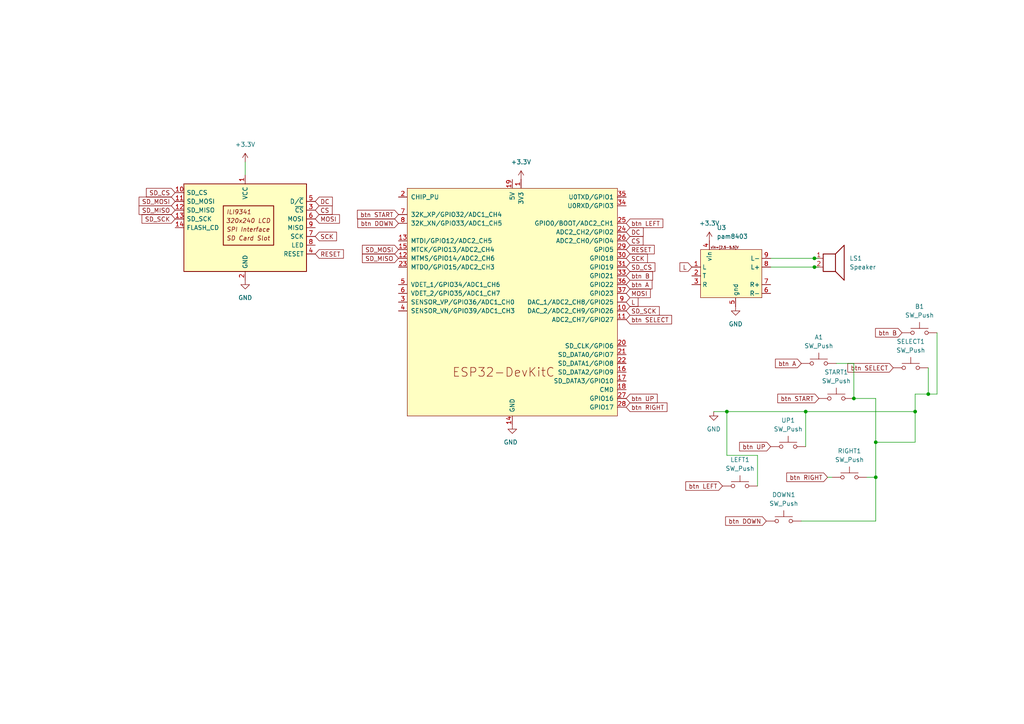
<source format=kicad_sch>
(kicad_sch
	(version 20250114)
	(generator "eeschema")
	(generator_version "9.0")
	(uuid "353e1e66-2bd6-4380-b175-b10b14e644cd")
	(paper "A4")
	(title_block
		(title "ESP-NES")
		(date "2025-10-15")
	)
	(lib_symbols
		(symbol "Device:Speaker"
			(pin_names
				(offset 0)
				(hide yes)
			)
			(exclude_from_sim no)
			(in_bom yes)
			(on_board yes)
			(property "Reference" "LS"
				(at 1.27 5.715 0)
				(effects
					(font
						(size 1.27 1.27)
					)
					(justify right)
				)
			)
			(property "Value" "Speaker"
				(at 1.27 3.81 0)
				(effects
					(font
						(size 1.27 1.27)
					)
					(justify right)
				)
			)
			(property "Footprint" ""
				(at 0 -5.08 0)
				(effects
					(font
						(size 1.27 1.27)
					)
					(hide yes)
				)
			)
			(property "Datasheet" "~"
				(at -0.254 -1.27 0)
				(effects
					(font
						(size 1.27 1.27)
					)
					(hide yes)
				)
			)
			(property "Description" "Speaker"
				(at 0 0 0)
				(effects
					(font
						(size 1.27 1.27)
					)
					(hide yes)
				)
			)
			(property "ki_keywords" "speaker sound"
				(at 0 0 0)
				(effects
					(font
						(size 1.27 1.27)
					)
					(hide yes)
				)
			)
			(symbol "Speaker_0_0"
				(rectangle
					(start -2.54 1.27)
					(end 1.016 -3.81)
					(stroke
						(width 0.254)
						(type default)
					)
					(fill
						(type none)
					)
				)
				(polyline
					(pts
						(xy 1.016 1.27) (xy 3.556 3.81) (xy 3.556 -6.35) (xy 1.016 -3.81)
					)
					(stroke
						(width 0.254)
						(type default)
					)
					(fill
						(type none)
					)
				)
			)
			(symbol "Speaker_1_1"
				(pin input line
					(at -5.08 0 0)
					(length 2.54)
					(name "1"
						(effects
							(font
								(size 1.27 1.27)
							)
						)
					)
					(number "1"
						(effects
							(font
								(size 1.27 1.27)
							)
						)
					)
				)
				(pin input line
					(at -5.08 -2.54 0)
					(length 2.54)
					(name "2"
						(effects
							(font
								(size 1.27 1.27)
							)
						)
					)
					(number "2"
						(effects
							(font
								(size 1.27 1.27)
							)
						)
					)
				)
			)
			(embedded_fonts no)
		)
		(symbol "Driver_Display:CR2013-MI2120"
			(pin_names
				(offset 0.762)
			)
			(exclude_from_sim no)
			(in_bom yes)
			(on_board yes)
			(property "Reference" "U"
				(at -17.526 13.97 0)
				(effects
					(font
						(size 1.27 1.27)
					)
					(justify left)
				)
			)
			(property "Value" "CR2013-MI2120"
				(at 1.905 13.97 0)
				(effects
					(font
						(size 1.27 1.27)
					)
					(justify left)
				)
			)
			(property "Footprint" "Display:CR2013-MI2120"
				(at 0 -17.78 0)
				(effects
					(font
						(size 1.27 1.27)
					)
					(hide yes)
				)
			)
			(property "Datasheet" "http://pan.baidu.com/s/11Y990"
				(at -16.51 12.7 0)
				(effects
					(font
						(size 1.27 1.27)
					)
					(hide yes)
				)
			)
			(property "Description" "ILI9341 controller, SPI TFT LCD Display, 9-pin breakout PCB, 4-pin SD card interface, 5V/3.3V"
				(at 0 0 0)
				(effects
					(font
						(size 1.27 1.27)
					)
					(hide yes)
				)
			)
			(property "ki_keywords" "driver display"
				(at 0 0 0)
				(effects
					(font
						(size 1.27 1.27)
					)
					(hide yes)
				)
			)
			(property "ki_fp_filters" "*CR2013*MI2120*"
				(at 0 0 0)
				(effects
					(font
						(size 1.27 1.27)
					)
					(hide yes)
				)
			)
			(symbol "CR2013-MI2120_0_0"
				(text "ILI9341"
					(at -5.461 4.572 0)
					(effects
						(font
							(size 1.27 1.27)
							(italic yes)
						)
						(justify left)
					)
				)
				(text "SPI Interface"
					(at -5.461 -0.508 0)
					(effects
						(font
							(size 1.27 1.27)
							(italic yes)
						)
						(justify left)
					)
				)
				(text "SD Card Slot"
					(at -5.461 -3.048 0)
					(effects
						(font
							(size 1.27 1.27)
							(italic yes)
						)
						(justify left)
					)
				)
				(text "320x240 LCD"
					(at 0.889 2.032 0)
					(effects
						(font
							(size 1.27 1.27)
							(italic yes)
						)
					)
				)
			)
			(symbol "CR2013-MI2120_0_1"
				(rectangle
					(start -17.78 12.7)
					(end 17.78 -12.7)
					(stroke
						(width 0.254)
						(type default)
					)
					(fill
						(type background)
					)
				)
				(rectangle
					(start -6.35 6.35)
					(end 8.255 -5.08)
					(stroke
						(width 0.254)
						(type default)
					)
					(fill
						(type none)
					)
				)
			)
			(symbol "CR2013-MI2120_1_1"
				(pin input line
					(at -20.32 10.16 0)
					(length 2.54)
					(name "SD_CS"
						(effects
							(font
								(size 1.27 1.27)
							)
						)
					)
					(number "10"
						(effects
							(font
								(size 1.27 1.27)
							)
						)
					)
				)
				(pin input line
					(at -20.32 7.62 0)
					(length 2.54)
					(name "SD_MOSI"
						(effects
							(font
								(size 1.27 1.27)
							)
						)
					)
					(number "11"
						(effects
							(font
								(size 1.27 1.27)
							)
						)
					)
				)
				(pin output line
					(at -20.32 5.08 0)
					(length 2.54)
					(name "SD_MISO"
						(effects
							(font
								(size 1.27 1.27)
							)
						)
					)
					(number "12"
						(effects
							(font
								(size 1.27 1.27)
							)
						)
					)
				)
				(pin input line
					(at -20.32 2.54 0)
					(length 2.54)
					(name "SD_SCK"
						(effects
							(font
								(size 1.27 1.27)
							)
						)
					)
					(number "13"
						(effects
							(font
								(size 1.27 1.27)
							)
						)
					)
				)
				(pin input line
					(at -20.32 0 0)
					(length 2.54)
					(name "FLASH_CD"
						(effects
							(font
								(size 1.27 1.27)
							)
						)
					)
					(number "14"
						(effects
							(font
								(size 1.27 1.27)
							)
						)
					)
				)
				(pin power_in line
					(at 0 15.24 270)
					(length 2.54)
					(name "VCC"
						(effects
							(font
								(size 1.27 1.27)
							)
						)
					)
					(number "1"
						(effects
							(font
								(size 1.27 1.27)
							)
						)
					)
				)
				(pin power_in line
					(at 0 -15.24 90)
					(length 2.54)
					(name "GND"
						(effects
							(font
								(size 1.27 1.27)
							)
						)
					)
					(number "2"
						(effects
							(font
								(size 1.27 1.27)
							)
						)
					)
				)
				(pin input line
					(at 20.32 7.62 180)
					(length 2.54)
					(name "D/~{C}"
						(effects
							(font
								(size 1.27 1.27)
							)
						)
					)
					(number "5"
						(effects
							(font
								(size 1.27 1.27)
							)
						)
					)
				)
				(pin input line
					(at 20.32 5.08 180)
					(length 2.54)
					(name "~{CS}"
						(effects
							(font
								(size 1.27 1.27)
							)
						)
					)
					(number "3"
						(effects
							(font
								(size 1.27 1.27)
							)
						)
					)
				)
				(pin input line
					(at 20.32 2.54 180)
					(length 2.54)
					(name "MOSI"
						(effects
							(font
								(size 1.27 1.27)
							)
						)
					)
					(number "6"
						(effects
							(font
								(size 1.27 1.27)
							)
						)
					)
				)
				(pin output line
					(at 20.32 0 180)
					(length 2.54)
					(name "MISO"
						(effects
							(font
								(size 1.27 1.27)
							)
						)
					)
					(number "9"
						(effects
							(font
								(size 1.27 1.27)
							)
						)
					)
				)
				(pin input line
					(at 20.32 -2.54 180)
					(length 2.54)
					(name "SCK"
						(effects
							(font
								(size 1.27 1.27)
							)
						)
					)
					(number "7"
						(effects
							(font
								(size 1.27 1.27)
							)
						)
					)
				)
				(pin input line
					(at 20.32 -5.08 180)
					(length 2.54)
					(name "LED"
						(effects
							(font
								(size 1.27 1.27)
							)
						)
					)
					(number "8"
						(effects
							(font
								(size 1.27 1.27)
							)
						)
					)
				)
				(pin input line
					(at 20.32 -7.62 180)
					(length 2.54)
					(name "RESET"
						(effects
							(font
								(size 1.27 1.27)
							)
						)
					)
					(number "4"
						(effects
							(font
								(size 1.27 1.27)
							)
						)
					)
				)
			)
			(embedded_fonts no)
		)
		(symbol "PCM_Espressif:ESP32-DevKitC"
			(pin_names
				(offset 1.016)
			)
			(exclude_from_sim no)
			(in_bom yes)
			(on_board yes)
			(property "Reference" "U"
				(at -30.48 38.1 0)
				(effects
					(font
						(size 1.27 1.27)
					)
					(justify left)
				)
			)
			(property "Value" "ESP32-DevKitC"
				(at -30.48 35.56 0)
				(effects
					(font
						(size 1.27 1.27)
					)
					(justify left)
				)
			)
			(property "Footprint" "PCM_Espressif:ESP32-DevKitC"
				(at 0 -43.18 0)
				(effects
					(font
						(size 1.27 1.27)
					)
					(hide yes)
				)
			)
			(property "Datasheet" "https://docs.espressif.com/projects/esp-idf/zh_CN/latest/esp32/hw-reference/esp32/get-started-devkitc.html"
				(at 0 -45.72 0)
				(effects
					(font
						(size 1.27 1.27)
					)
					(hide yes)
				)
			)
			(property "Description" "Development Kit"
				(at 0 0 0)
				(effects
					(font
						(size 1.27 1.27)
					)
					(hide yes)
				)
			)
			(property "ki_keywords" "ESP32"
				(at 0 0 0)
				(effects
					(font
						(size 1.27 1.27)
					)
					(hide yes)
				)
			)
			(symbol "ESP32-DevKitC_0_0"
				(text "ESP32-DevKitC"
					(at -2.54 -20.32 0)
					(effects
						(font
							(size 2.54 2.54)
						)
					)
				)
				(pin power_in line
					(at 0 35.56 270)
					(length 2.54)
					(name "5V"
						(effects
							(font
								(size 1.27 1.27)
							)
						)
					)
					(number "19"
						(effects
							(font
								(size 1.27 1.27)
							)
						)
					)
				)
				(pin power_in line
					(at 0 -35.56 90)
					(length 2.54)
					(name "GND"
						(effects
							(font
								(size 1.27 1.27)
							)
						)
					)
					(number "14"
						(effects
							(font
								(size 1.27 1.27)
							)
						)
					)
				)
			)
			(symbol "ESP32-DevKitC_0_1"
				(rectangle
					(start -30.48 33.02)
					(end 30.48 -33.02)
					(stroke
						(width 0)
						(type default)
					)
					(fill
						(type background)
					)
				)
			)
			(symbol "ESP32-DevKitC_1_1"
				(pin input line
					(at -33.02 30.48 0)
					(length 2.54)
					(name "CHIP_PU"
						(effects
							(font
								(size 1.27 1.27)
							)
						)
					)
					(number "2"
						(effects
							(font
								(size 1.27 1.27)
							)
						)
					)
				)
				(pin bidirectional line
					(at -33.02 25.4 0)
					(length 2.54)
					(name "32K_XP/GPIO32/ADC1_CH4"
						(effects
							(font
								(size 1.27 1.27)
							)
						)
					)
					(number "7"
						(effects
							(font
								(size 1.27 1.27)
							)
						)
					)
				)
				(pin bidirectional line
					(at -33.02 22.86 0)
					(length 2.54)
					(name "32K_XN/GPIO33/ADC1_CH5"
						(effects
							(font
								(size 1.27 1.27)
							)
						)
					)
					(number "8"
						(effects
							(font
								(size 1.27 1.27)
							)
						)
					)
				)
				(pin bidirectional line
					(at -33.02 17.78 0)
					(length 2.54)
					(name "MTDI/GPIO12/ADC2_CH5"
						(effects
							(font
								(size 1.27 1.27)
							)
						)
					)
					(number "13"
						(effects
							(font
								(size 1.27 1.27)
							)
						)
					)
				)
				(pin bidirectional line
					(at -33.02 15.24 0)
					(length 2.54)
					(name "MTCK/GPIO13/ADC2_CH4"
						(effects
							(font
								(size 1.27 1.27)
							)
						)
					)
					(number "15"
						(effects
							(font
								(size 1.27 1.27)
							)
						)
					)
				)
				(pin bidirectional line
					(at -33.02 12.7 0)
					(length 2.54)
					(name "MTMS/GPIO14/ADC2_CH6"
						(effects
							(font
								(size 1.27 1.27)
							)
						)
					)
					(number "12"
						(effects
							(font
								(size 1.27 1.27)
							)
						)
					)
				)
				(pin bidirectional line
					(at -33.02 10.16 0)
					(length 2.54)
					(name "MTDO/GPIO15/ADC2_CH3"
						(effects
							(font
								(size 1.27 1.27)
							)
						)
					)
					(number "23"
						(effects
							(font
								(size 1.27 1.27)
							)
						)
					)
				)
				(pin input line
					(at -33.02 5.08 0)
					(length 2.54)
					(name "VDET_1/GPIO34/ADC1_CH6"
						(effects
							(font
								(size 1.27 1.27)
							)
						)
					)
					(number "5"
						(effects
							(font
								(size 1.27 1.27)
							)
						)
					)
				)
				(pin input line
					(at -33.02 2.54 0)
					(length 2.54)
					(name "VDET_2/GPIO35/ADC1_CH7"
						(effects
							(font
								(size 1.27 1.27)
							)
						)
					)
					(number "6"
						(effects
							(font
								(size 1.27 1.27)
							)
						)
					)
				)
				(pin input line
					(at -33.02 0 0)
					(length 2.54)
					(name "SENSOR_VP/GPIO36/ADC1_CH0"
						(effects
							(font
								(size 1.27 1.27)
							)
						)
					)
					(number "3"
						(effects
							(font
								(size 1.27 1.27)
							)
						)
					)
				)
				(pin input line
					(at -33.02 -2.54 0)
					(length 2.54)
					(name "SENSOR_VN/GPIO39/ADC1_CH3"
						(effects
							(font
								(size 1.27 1.27)
							)
						)
					)
					(number "4"
						(effects
							(font
								(size 1.27 1.27)
							)
						)
					)
				)
				(pin passive line
					(at 0 -35.56 90)
					(length 2.54)
					(hide yes)
					(name "GND"
						(effects
							(font
								(size 1.27 1.27)
							)
						)
					)
					(number "32"
						(effects
							(font
								(size 1.27 1.27)
							)
						)
					)
				)
				(pin passive line
					(at 0 -35.56 90)
					(length 2.54)
					(hide yes)
					(name "GND"
						(effects
							(font
								(size 1.27 1.27)
							)
						)
					)
					(number "38"
						(effects
							(font
								(size 1.27 1.27)
							)
						)
					)
				)
				(pin power_in line
					(at 2.54 35.56 270)
					(length 2.54)
					(name "3V3"
						(effects
							(font
								(size 1.27 1.27)
							)
						)
					)
					(number "1"
						(effects
							(font
								(size 1.27 1.27)
							)
						)
					)
				)
				(pin bidirectional line
					(at 33.02 30.48 180)
					(length 2.54)
					(name "U0TXD/GPIO1"
						(effects
							(font
								(size 1.27 1.27)
							)
						)
					)
					(number "35"
						(effects
							(font
								(size 1.27 1.27)
							)
						)
					)
				)
				(pin bidirectional line
					(at 33.02 27.94 180)
					(length 2.54)
					(name "U0RXD/GPIO3"
						(effects
							(font
								(size 1.27 1.27)
							)
						)
					)
					(number "34"
						(effects
							(font
								(size 1.27 1.27)
							)
						)
					)
				)
				(pin bidirectional line
					(at 33.02 22.86 180)
					(length 2.54)
					(name "GPIO0/BOOT/ADC2_CH1"
						(effects
							(font
								(size 1.27 1.27)
							)
						)
					)
					(number "25"
						(effects
							(font
								(size 1.27 1.27)
							)
						)
					)
				)
				(pin bidirectional line
					(at 33.02 20.32 180)
					(length 2.54)
					(name "ADC2_CH2/GPIO2"
						(effects
							(font
								(size 1.27 1.27)
							)
						)
					)
					(number "24"
						(effects
							(font
								(size 1.27 1.27)
							)
						)
					)
				)
				(pin bidirectional line
					(at 33.02 17.78 180)
					(length 2.54)
					(name "ADC2_CH0/GPIO4"
						(effects
							(font
								(size 1.27 1.27)
							)
						)
					)
					(number "26"
						(effects
							(font
								(size 1.27 1.27)
							)
						)
					)
				)
				(pin bidirectional line
					(at 33.02 15.24 180)
					(length 2.54)
					(name "GPIO5"
						(effects
							(font
								(size 1.27 1.27)
							)
						)
					)
					(number "29"
						(effects
							(font
								(size 1.27 1.27)
							)
						)
					)
				)
				(pin bidirectional line
					(at 33.02 12.7 180)
					(length 2.54)
					(name "GPIO18"
						(effects
							(font
								(size 1.27 1.27)
							)
						)
					)
					(number "30"
						(effects
							(font
								(size 1.27 1.27)
							)
						)
					)
				)
				(pin bidirectional line
					(at 33.02 10.16 180)
					(length 2.54)
					(name "GPIO19"
						(effects
							(font
								(size 1.27 1.27)
							)
						)
					)
					(number "31"
						(effects
							(font
								(size 1.27 1.27)
							)
						)
					)
				)
				(pin bidirectional line
					(at 33.02 7.62 180)
					(length 2.54)
					(name "GPIO21"
						(effects
							(font
								(size 1.27 1.27)
							)
						)
					)
					(number "33"
						(effects
							(font
								(size 1.27 1.27)
							)
						)
					)
				)
				(pin bidirectional line
					(at 33.02 5.08 180)
					(length 2.54)
					(name "GPIO22"
						(effects
							(font
								(size 1.27 1.27)
							)
						)
					)
					(number "36"
						(effects
							(font
								(size 1.27 1.27)
							)
						)
					)
				)
				(pin bidirectional line
					(at 33.02 2.54 180)
					(length 2.54)
					(name "GPIO23"
						(effects
							(font
								(size 1.27 1.27)
							)
						)
					)
					(number "37"
						(effects
							(font
								(size 1.27 1.27)
							)
						)
					)
				)
				(pin bidirectional line
					(at 33.02 0 180)
					(length 2.54)
					(name "DAC_1/ADC2_CH8/GPIO25"
						(effects
							(font
								(size 1.27 1.27)
							)
						)
					)
					(number "9"
						(effects
							(font
								(size 1.27 1.27)
							)
						)
					)
				)
				(pin bidirectional line
					(at 33.02 -2.54 180)
					(length 2.54)
					(name "DAC_2/ADC2_CH9/GPIO26"
						(effects
							(font
								(size 1.27 1.27)
							)
						)
					)
					(number "10"
						(effects
							(font
								(size 1.27 1.27)
							)
						)
					)
				)
				(pin bidirectional line
					(at 33.02 -5.08 180)
					(length 2.54)
					(name "ADC2_CH7/GPIO27"
						(effects
							(font
								(size 1.27 1.27)
							)
						)
					)
					(number "11"
						(effects
							(font
								(size 1.27 1.27)
							)
						)
					)
				)
				(pin bidirectional line
					(at 33.02 -12.7 180)
					(length 2.54)
					(name "SD_CLK/GPIO6"
						(effects
							(font
								(size 1.27 1.27)
							)
						)
					)
					(number "20"
						(effects
							(font
								(size 1.27 1.27)
							)
						)
					)
				)
				(pin bidirectional line
					(at 33.02 -15.24 180)
					(length 2.54)
					(name "SD_DATA0/GPIO7"
						(effects
							(font
								(size 1.27 1.27)
							)
						)
					)
					(number "21"
						(effects
							(font
								(size 1.27 1.27)
							)
						)
					)
				)
				(pin bidirectional line
					(at 33.02 -17.78 180)
					(length 2.54)
					(name "SD_DATA1/GPIO8"
						(effects
							(font
								(size 1.27 1.27)
							)
						)
					)
					(number "22"
						(effects
							(font
								(size 1.27 1.27)
							)
						)
					)
				)
				(pin bidirectional line
					(at 33.02 -20.32 180)
					(length 2.54)
					(name "SD_DATA2/GPIO9"
						(effects
							(font
								(size 1.27 1.27)
							)
						)
					)
					(number "16"
						(effects
							(font
								(size 1.27 1.27)
							)
						)
					)
				)
				(pin bidirectional line
					(at 33.02 -22.86 180)
					(length 2.54)
					(name "SD_DATA3/GPIO10"
						(effects
							(font
								(size 1.27 1.27)
							)
						)
					)
					(number "17"
						(effects
							(font
								(size 1.27 1.27)
							)
						)
					)
				)
				(pin bidirectional line
					(at 33.02 -25.4 180)
					(length 2.54)
					(name "CMD"
						(effects
							(font
								(size 1.27 1.27)
							)
						)
					)
					(number "18"
						(effects
							(font
								(size 1.27 1.27)
							)
						)
					)
				)
				(pin bidirectional line
					(at 33.02 -27.94 180)
					(length 2.54)
					(name "GPIO16"
						(effects
							(font
								(size 1.27 1.27)
							)
						)
					)
					(number "27"
						(effects
							(font
								(size 1.27 1.27)
							)
						)
					)
				)
				(pin bidirectional line
					(at 33.02 -30.48 180)
					(length 2.54)
					(name "GPIO17"
						(effects
							(font
								(size 1.27 1.27)
							)
						)
					)
					(number "28"
						(effects
							(font
								(size 1.27 1.27)
							)
						)
					)
				)
			)
			(embedded_fonts no)
		)
		(symbol "Switch:SW_Push"
			(pin_numbers
				(hide yes)
			)
			(pin_names
				(offset 1.016)
				(hide yes)
			)
			(exclude_from_sim no)
			(in_bom yes)
			(on_board yes)
			(property "Reference" "SW"
				(at 1.27 2.54 0)
				(effects
					(font
						(size 1.27 1.27)
					)
					(justify left)
				)
			)
			(property "Value" "SW_Push"
				(at 0 -1.524 0)
				(effects
					(font
						(size 1.27 1.27)
					)
				)
			)
			(property "Footprint" ""
				(at 0 5.08 0)
				(effects
					(font
						(size 1.27 1.27)
					)
					(hide yes)
				)
			)
			(property "Datasheet" "~"
				(at 0 5.08 0)
				(effects
					(font
						(size 1.27 1.27)
					)
					(hide yes)
				)
			)
			(property "Description" "Push button switch, generic, two pins"
				(at 0 0 0)
				(effects
					(font
						(size 1.27 1.27)
					)
					(hide yes)
				)
			)
			(property "ki_keywords" "switch normally-open pushbutton push-button"
				(at 0 0 0)
				(effects
					(font
						(size 1.27 1.27)
					)
					(hide yes)
				)
			)
			(symbol "SW_Push_0_1"
				(circle
					(center -2.032 0)
					(radius 0.508)
					(stroke
						(width 0)
						(type default)
					)
					(fill
						(type none)
					)
				)
				(polyline
					(pts
						(xy 0 1.27) (xy 0 3.048)
					)
					(stroke
						(width 0)
						(type default)
					)
					(fill
						(type none)
					)
				)
				(circle
					(center 2.032 0)
					(radius 0.508)
					(stroke
						(width 0)
						(type default)
					)
					(fill
						(type none)
					)
				)
				(polyline
					(pts
						(xy 2.54 1.27) (xy -2.54 1.27)
					)
					(stroke
						(width 0)
						(type default)
					)
					(fill
						(type none)
					)
				)
				(pin passive line
					(at -5.08 0 0)
					(length 2.54)
					(name "1"
						(effects
							(font
								(size 1.27 1.27)
							)
						)
					)
					(number "1"
						(effects
							(font
								(size 1.27 1.27)
							)
						)
					)
				)
				(pin passive line
					(at 5.08 0 180)
					(length 2.54)
					(name "2"
						(effects
							(font
								(size 1.27 1.27)
							)
						)
					)
					(number "2"
						(effects
							(font
								(size 1.27 1.27)
							)
						)
					)
				)
			)
			(embedded_fonts no)
		)
		(symbol "fab:Power_GND"
			(power)
			(pin_names
				(offset 0)
			)
			(exclude_from_sim no)
			(in_bom yes)
			(on_board yes)
			(property "Reference" "#PWR"
				(at 0 -6.35 0)
				(effects
					(font
						(size 1.27 1.27)
					)
					(hide yes)
				)
			)
			(property "Value" "Power_GND"
				(at 0 -3.81 0)
				(effects
					(font
						(size 1.27 1.27)
					)
				)
			)
			(property "Footprint" ""
				(at 0 0 0)
				(effects
					(font
						(size 1.27 1.27)
					)
					(hide yes)
				)
			)
			(property "Datasheet" ""
				(at 0 0 0)
				(effects
					(font
						(size 1.27 1.27)
					)
					(hide yes)
				)
			)
			(property "Description" "Power symbol creates a global label with name \"GND\" , ground"
				(at 0 0 0)
				(effects
					(font
						(size 1.27 1.27)
					)
					(hide yes)
				)
			)
			(property "ki_keywords" "power-flag"
				(at 0 0 0)
				(effects
					(font
						(size 1.27 1.27)
					)
					(hide yes)
				)
			)
			(symbol "Power_GND_0_1"
				(polyline
					(pts
						(xy 0 0) (xy 0 -1.27) (xy 1.27 -1.27) (xy 0 -2.54) (xy -1.27 -1.27) (xy 0 -1.27)
					)
					(stroke
						(width 0)
						(type default)
					)
					(fill
						(type none)
					)
				)
			)
			(symbol "Power_GND_1_1"
				(pin power_in line
					(at 0 0 270)
					(length 0)
					(hide yes)
					(name "GND"
						(effects
							(font
								(size 1.27 1.27)
							)
						)
					)
					(number "1"
						(effects
							(font
								(size 1.27 1.27)
							)
						)
					)
				)
			)
			(embedded_fonts no)
		)
		(symbol "pam8403:pam8403"
			(exclude_from_sim no)
			(in_bom yes)
			(on_board yes)
			(property "Reference" "U3"
				(at -3.5717 13.97 0)
				(effects
					(font
						(size 1.27 1.27)
					)
					(justify left)
				)
			)
			(property "Value" "pam8403"
				(at -3.5717 11.43 0)
				(effects
					(font
						(size 1.27 1.27)
					)
					(justify left)
				)
			)
			(property "Footprint" ""
				(at -0.635 -1.905 0)
				(effects
					(font
						(size 1.27 1.27)
					)
					(hide yes)
				)
			)
			(property "Datasheet" ""
				(at -0.635 -1.905 0)
				(effects
					(font
						(size 1.27 1.27)
					)
					(hide yes)
				)
			)
			(property "Description" ""
				(at 0 0 0)
				(effects
					(font
						(size 1.27 1.27)
					)
					(hide yes)
				)
			)
			(symbol "pam8403_0_0"
				(rectangle
					(start -8.255 7.62)
					(end 9.525 -6.35)
					(stroke
						(width 0)
						(type default)
					)
					(fill
						(type background)
					)
				)
				(text "vin=[2.5-5.5]V"
					(at -1.27 8.255 0)
					(effects
						(font
							(size 0.7 0.7)
						)
					)
				)
			)
			(symbol "pam8403_1_1"
				(pin input line
					(at -10.795 2.54 0)
					(length 2.54)
					(name "L"
						(effects
							(font
								(size 1.27 1.27)
							)
						)
					)
					(number "1"
						(effects
							(font
								(size 1.27 1.27)
							)
						)
					)
				)
				(pin input line
					(at -10.795 0 0)
					(length 2.54)
					(name "T"
						(effects
							(font
								(size 1.27 1.27)
							)
						)
					)
					(number "2"
						(effects
							(font
								(size 1.27 1.27)
							)
						)
					)
				)
				(pin input line
					(at -10.795 -2.54 0)
					(length 2.54)
					(name "R"
						(effects
							(font
								(size 1.27 1.27)
							)
						)
					)
					(number "3"
						(effects
							(font
								(size 1.27 1.27)
							)
						)
					)
				)
				(pin power_in line
					(at -5.715 10.16 270)
					(length 2.54)
					(name "vin"
						(effects
							(font
								(size 1.27 1.27)
							)
						)
					)
					(number "4"
						(effects
							(font
								(size 1.27 1.27)
							)
						)
					)
				)
				(pin power_in line
					(at 1.905 -8.89 90)
					(length 2.54)
					(name "gnd"
						(effects
							(font
								(size 1.27 1.27)
							)
						)
					)
					(number "5"
						(effects
							(font
								(size 1.27 1.27)
							)
						)
					)
				)
				(pin output line
					(at 12.065 5.08 180)
					(length 2.54)
					(name "L-"
						(effects
							(font
								(size 1.27 1.27)
							)
						)
					)
					(number "9"
						(effects
							(font
								(size 1.27 1.27)
							)
						)
					)
				)
				(pin output line
					(at 12.065 2.54 180)
					(length 2.54)
					(name "L+"
						(effects
							(font
								(size 1.27 1.27)
							)
						)
					)
					(number "8"
						(effects
							(font
								(size 1.27 1.27)
							)
						)
					)
				)
				(pin output line
					(at 12.065 -2.54 180)
					(length 2.54)
					(name "R+"
						(effects
							(font
								(size 1.27 1.27)
							)
						)
					)
					(number "7"
						(effects
							(font
								(size 1.27 1.27)
							)
						)
					)
				)
				(pin output line
					(at 12.065 -5.08 180)
					(length 2.54)
					(name "R-"
						(effects
							(font
								(size 1.27 1.27)
							)
						)
					)
					(number "6"
						(effects
							(font
								(size 1.27 1.27)
							)
						)
					)
				)
			)
			(embedded_fonts no)
		)
		(symbol "power:+3.3V"
			(power)
			(pin_numbers
				(hide yes)
			)
			(pin_names
				(offset 0)
				(hide yes)
			)
			(exclude_from_sim no)
			(in_bom yes)
			(on_board yes)
			(property "Reference" "#PWR"
				(at 0 -3.81 0)
				(effects
					(font
						(size 1.27 1.27)
					)
					(hide yes)
				)
			)
			(property "Value" "+3.3V"
				(at 0 3.556 0)
				(effects
					(font
						(size 1.27 1.27)
					)
				)
			)
			(property "Footprint" ""
				(at 0 0 0)
				(effects
					(font
						(size 1.27 1.27)
					)
					(hide yes)
				)
			)
			(property "Datasheet" ""
				(at 0 0 0)
				(effects
					(font
						(size 1.27 1.27)
					)
					(hide yes)
				)
			)
			(property "Description" "Power symbol creates a global label with name \"+3.3V\""
				(at 0 0 0)
				(effects
					(font
						(size 1.27 1.27)
					)
					(hide yes)
				)
			)
			(property "ki_keywords" "global power"
				(at 0 0 0)
				(effects
					(font
						(size 1.27 1.27)
					)
					(hide yes)
				)
			)
			(symbol "+3.3V_0_1"
				(polyline
					(pts
						(xy -0.762 1.27) (xy 0 2.54)
					)
					(stroke
						(width 0)
						(type default)
					)
					(fill
						(type none)
					)
				)
				(polyline
					(pts
						(xy 0 2.54) (xy 0.762 1.27)
					)
					(stroke
						(width 0)
						(type default)
					)
					(fill
						(type none)
					)
				)
				(polyline
					(pts
						(xy 0 0) (xy 0 2.54)
					)
					(stroke
						(width 0)
						(type default)
					)
					(fill
						(type none)
					)
				)
			)
			(symbol "+3.3V_1_1"
				(pin power_in line
					(at 0 0 90)
					(length 0)
					(name "~"
						(effects
							(font
								(size 1.27 1.27)
							)
						)
					)
					(number "1"
						(effects
							(font
								(size 1.27 1.27)
							)
						)
					)
				)
			)
			(embedded_fonts no)
		)
		(symbol "power:GND"
			(power)
			(pin_numbers
				(hide yes)
			)
			(pin_names
				(offset 0)
				(hide yes)
			)
			(exclude_from_sim no)
			(in_bom yes)
			(on_board yes)
			(property "Reference" "#PWR"
				(at 0 -6.35 0)
				(effects
					(font
						(size 1.27 1.27)
					)
					(hide yes)
				)
			)
			(property "Value" "GND"
				(at 0 -3.81 0)
				(effects
					(font
						(size 1.27 1.27)
					)
				)
			)
			(property "Footprint" ""
				(at 0 0 0)
				(effects
					(font
						(size 1.27 1.27)
					)
					(hide yes)
				)
			)
			(property "Datasheet" ""
				(at 0 0 0)
				(effects
					(font
						(size 1.27 1.27)
					)
					(hide yes)
				)
			)
			(property "Description" "Power symbol creates a global label with name \"GND\" , ground"
				(at 0 0 0)
				(effects
					(font
						(size 1.27 1.27)
					)
					(hide yes)
				)
			)
			(property "ki_keywords" "global power"
				(at 0 0 0)
				(effects
					(font
						(size 1.27 1.27)
					)
					(hide yes)
				)
			)
			(symbol "GND_0_1"
				(polyline
					(pts
						(xy 0 0) (xy 0 -1.27) (xy 1.27 -1.27) (xy 0 -2.54) (xy -1.27 -1.27) (xy 0 -1.27)
					)
					(stroke
						(width 0)
						(type default)
					)
					(fill
						(type none)
					)
				)
			)
			(symbol "GND_1_1"
				(pin power_in line
					(at 0 0 270)
					(length 0)
					(name "~"
						(effects
							(font
								(size 1.27 1.27)
							)
						)
					)
					(number "1"
						(effects
							(font
								(size 1.27 1.27)
							)
						)
					)
				)
			)
			(embedded_fonts no)
		)
	)
	(junction
		(at 269.24 114.3)
		(diameter 0)
		(color 0 0 0 0)
		(uuid "062f030c-206d-4d7b-a1c2-9e69d12888d6")
	)
	(junction
		(at 236.22 77.47)
		(diameter 0)
		(color 0 0 0 0)
		(uuid "7b7a1396-7fba-4c14-b38a-ffe91e695a37")
	)
	(junction
		(at 210.82 119.38)
		(diameter 0)
		(color 0 0 0 0)
		(uuid "7d5c8bbe-bae9-4c26-bb8c-18c7f7c334da")
	)
	(junction
		(at 247.65 115.57)
		(diameter 0)
		(color 0 0 0 0)
		(uuid "93ce5ce5-ec24-4dee-bb78-538c1127a033")
	)
	(junction
		(at 265.43 119.38)
		(diameter 0)
		(color 0 0 0 0)
		(uuid "9a7e7c4f-003e-460f-a02a-18979fdde067")
	)
	(junction
		(at 236.22 74.93)
		(diameter 0)
		(color 0 0 0 0)
		(uuid "9d0a9a7e-9708-4419-bb30-daf67c2c1f5a")
	)
	(junction
		(at 233.68 119.38)
		(diameter 0)
		(color 0 0 0 0)
		(uuid "a5f3fa2a-55b1-4ed5-8a30-ca8adc39d456")
	)
	(junction
		(at 254 138.43)
		(diameter 0)
		(color 0 0 0 0)
		(uuid "e782a128-92b4-453f-9f1f-495936987d60")
	)
	(junction
		(at 254 128.27)
		(diameter 0)
		(color 0 0 0 0)
		(uuid "f22c9162-1155-4e5f-9513-7a1203c6659c")
	)
	(wire
		(pts
			(xy 247.65 115.57) (xy 254 115.57)
		)
		(stroke
			(width 0)
			(type default)
		)
		(uuid "03741880-5928-4139-afd8-25a671c3d876")
	)
	(wire
		(pts
			(xy 232.41 151.13) (xy 254 151.13)
		)
		(stroke
			(width 0)
			(type default)
		)
		(uuid "1d4067e3-480f-429e-8c90-9460a38bfd2a")
	)
	(wire
		(pts
			(xy 233.68 119.38) (xy 233.68 129.54)
		)
		(stroke
			(width 0)
			(type default)
		)
		(uuid "26e827aa-5c51-482f-99b5-0a9cc81c53d2")
	)
	(wire
		(pts
			(xy 237.49 74.93) (xy 236.22 74.93)
		)
		(stroke
			(width 0)
			(type default)
		)
		(uuid "2717cff2-24e9-40d3-914b-84b5040b8f13")
	)
	(wire
		(pts
			(xy 251.46 138.43) (xy 254 138.43)
		)
		(stroke
			(width 0)
			(type default)
		)
		(uuid "2731f9d1-37ff-43d8-a35c-79c28df86aa1")
	)
	(wire
		(pts
			(xy 240.03 138.43) (xy 241.3 138.43)
		)
		(stroke
			(width 0)
			(type default)
		)
		(uuid "297f301b-fe23-4b20-be6f-1357853e15e5")
	)
	(wire
		(pts
			(xy 271.78 96.52) (xy 271.78 114.3)
		)
		(stroke
			(width 0)
			(type default)
		)
		(uuid "2d9a0517-bb28-41de-90fe-0a1d521920ea")
	)
	(wire
		(pts
			(xy 210.82 119.38) (xy 233.68 119.38)
		)
		(stroke
			(width 0)
			(type default)
		)
		(uuid "3469cadd-15a0-4229-9d90-519a6ad61c56")
	)
	(wire
		(pts
			(xy 207.01 119.38) (xy 210.82 119.38)
		)
		(stroke
			(width 0)
			(type default)
		)
		(uuid "45026d69-2cea-4c0c-8242-d33a43250b67")
	)
	(wire
		(pts
			(xy 233.68 119.38) (xy 265.43 119.38)
		)
		(stroke
			(width 0)
			(type default)
		)
		(uuid "4ce8a6e3-dbc8-46a1-9f96-d4fd59ba9190")
	)
	(wire
		(pts
			(xy 219.71 132.08) (xy 210.82 132.08)
		)
		(stroke
			(width 0)
			(type default)
		)
		(uuid "64f80fd3-3ac3-48d7-844d-b101c3a46bde")
	)
	(wire
		(pts
			(xy 269.24 114.3) (xy 265.43 114.3)
		)
		(stroke
			(width 0)
			(type default)
		)
		(uuid "65f364fd-992c-4718-81d9-1f25d3042107")
	)
	(wire
		(pts
			(xy 247.65 105.41) (xy 247.65 115.57)
		)
		(stroke
			(width 0)
			(type default)
		)
		(uuid "6fe48238-c7e0-49be-aa6b-81e76306e6f8")
	)
	(wire
		(pts
			(xy 265.43 114.3) (xy 265.43 119.38)
		)
		(stroke
			(width 0)
			(type default)
		)
		(uuid "72e04fa5-6d1c-4b68-b31a-dfaa4dcdbf4e")
	)
	(wire
		(pts
			(xy 265.43 128.27) (xy 254 128.27)
		)
		(stroke
			(width 0)
			(type default)
		)
		(uuid "7e426994-6404-466a-92bc-91072120d74f")
	)
	(wire
		(pts
			(xy 265.43 119.38) (xy 265.43 128.27)
		)
		(stroke
			(width 0)
			(type default)
		)
		(uuid "976a4ec2-ecc7-4ffe-883f-d4f8d9ffb4c3")
	)
	(wire
		(pts
			(xy 210.82 132.08) (xy 210.82 119.38)
		)
		(stroke
			(width 0)
			(type default)
		)
		(uuid "a3898819-c9f1-4186-a575-b4f6b0e5e80a")
	)
	(wire
		(pts
			(xy 223.52 74.93) (xy 236.22 74.93)
		)
		(stroke
			(width 0)
			(type default)
		)
		(uuid "bfb5cab4-cac6-44cb-8b86-c4856aef645f")
	)
	(wire
		(pts
			(xy 242.57 105.41) (xy 247.65 105.41)
		)
		(stroke
			(width 0)
			(type default)
		)
		(uuid "c2778be3-3331-4f8f-bd5f-5820207d13cb")
	)
	(wire
		(pts
			(xy 219.71 140.97) (xy 219.71 132.08)
		)
		(stroke
			(width 0)
			(type default)
		)
		(uuid "cb4133e3-a2a7-4d38-a8a4-5a9dbdc03f4b")
	)
	(wire
		(pts
			(xy 254 115.57) (xy 254 128.27)
		)
		(stroke
			(width 0)
			(type default)
		)
		(uuid "ccd84587-8cec-48bd-99f4-bd0f3c48a5d6")
	)
	(wire
		(pts
			(xy 237.49 77.47) (xy 236.22 77.47)
		)
		(stroke
			(width 0)
			(type default)
		)
		(uuid "cdf30785-98e5-478c-b543-3f6620b31c96")
	)
	(wire
		(pts
			(xy 254 128.27) (xy 254 138.43)
		)
		(stroke
			(width 0)
			(type default)
		)
		(uuid "e4eb11ef-7b51-4e21-8cad-9a1128a901b8")
	)
	(wire
		(pts
			(xy 71.12 46.99) (xy 71.12 50.8)
		)
		(stroke
			(width 0)
			(type default)
		)
		(uuid "f4a7e97d-c6e3-4863-8c18-8cc22c3ae5eb")
	)
	(wire
		(pts
			(xy 271.78 114.3) (xy 269.24 114.3)
		)
		(stroke
			(width 0)
			(type default)
		)
		(uuid "fa4ac755-df56-419e-91f7-bf3c53bcfc1b")
	)
	(wire
		(pts
			(xy 223.52 77.47) (xy 236.22 77.47)
		)
		(stroke
			(width 0)
			(type default)
		)
		(uuid "fdea494a-862a-4bac-9812-3b99520ae4a1")
	)
	(wire
		(pts
			(xy 254 138.43) (xy 254 151.13)
		)
		(stroke
			(width 0)
			(type default)
		)
		(uuid "fe2f6083-27a5-47f8-958a-f178647d2573")
	)
	(wire
		(pts
			(xy 269.24 106.68) (xy 269.24 114.3)
		)
		(stroke
			(width 0)
			(type default)
		)
		(uuid "ffcba5be-1e16-41ab-ae05-21ce96e65da9")
	)
	(global_label "SD_MOSI"
		(shape input)
		(at 115.57 72.39 180)
		(fields_autoplaced yes)
		(effects
			(font
				(size 1.27 1.27)
			)
			(justify right)
		)
		(uuid "00f1df37-c697-401e-bf27-cf3e03f67df5")
		(property "Intersheetrefs" "${INTERSHEET_REFS}"
			(at 104.5415 72.39 0)
			(effects
				(font
					(size 1.27 1.27)
				)
				(justify right)
				(hide yes)
			)
		)
	)
	(global_label "L"
		(shape input)
		(at 200.66 77.47 180)
		(fields_autoplaced yes)
		(effects
			(font
				(size 1.27 1.27)
			)
			(justify right)
		)
		(uuid "0582467b-a195-46f9-b2b1-72f1e1aaf296")
		(property "Intersheetrefs" "${INTERSHEET_REFS}"
			(at 196.6467 77.47 0)
			(effects
				(font
					(size 1.27 1.27)
				)
				(justify right)
				(hide yes)
			)
		)
	)
	(global_label "CS"
		(shape input)
		(at 91.44 60.96 0)
		(fields_autoplaced yes)
		(effects
			(font
				(size 1.27 1.27)
			)
			(justify left)
		)
		(uuid "0eddae1b-456a-4c30-9ba0-78e08583887c")
		(property "Intersheetrefs" "${INTERSHEET_REFS}"
			(at 96.9047 60.96 0)
			(effects
				(font
					(size 1.27 1.27)
				)
				(justify left)
				(hide yes)
			)
		)
	)
	(global_label "MOSI"
		(shape input)
		(at 181.61 85.09 0)
		(fields_autoplaced yes)
		(effects
			(font
				(size 1.27 1.27)
			)
			(justify left)
		)
		(uuid "1361ba25-69ea-4978-bb35-cd06889cbf2f")
		(property "Intersheetrefs" "${INTERSHEET_REFS}"
			(at 189.1914 85.09 0)
			(effects
				(font
					(size 1.27 1.27)
				)
				(justify left)
				(hide yes)
			)
		)
	)
	(global_label "DC"
		(shape input)
		(at 91.44 58.42 0)
		(fields_autoplaced yes)
		(effects
			(font
				(size 1.27 1.27)
			)
			(justify left)
		)
		(uuid "231ddf19-f396-4b3e-942a-1517a6fb6744")
		(property "Intersheetrefs" "${INTERSHEET_REFS}"
			(at 96.9652 58.42 0)
			(effects
				(font
					(size 1.27 1.27)
				)
				(justify left)
				(hide yes)
			)
		)
	)
	(global_label "btn DOWN"
		(shape input)
		(at 222.25 151.13 180)
		(fields_autoplaced yes)
		(effects
			(font
				(size 1.27 1.27)
			)
			(justify right)
		)
		(uuid "23edb073-3992-48a6-83ea-a626d75877e9")
		(property "Intersheetrefs" "${INTERSHEET_REFS}"
			(at 209.8911 151.13 0)
			(effects
				(font
					(size 1.27 1.27)
				)
				(justify right)
				(hide yes)
			)
		)
	)
	(global_label "btn LEFT"
		(shape input)
		(at 209.55 140.97 180)
		(fields_autoplaced yes)
		(effects
			(font
				(size 1.27 1.27)
			)
			(justify right)
		)
		(uuid "2bc0627c-d137-4340-87c1-9d8011487ec3")
		(property "Intersheetrefs" "${INTERSHEET_REFS}"
			(at 198.3402 140.97 0)
			(effects
				(font
					(size 1.27 1.27)
				)
				(justify right)
				(hide yes)
			)
		)
	)
	(global_label "SD_MISO"
		(shape input)
		(at 50.8 60.96 180)
		(fields_autoplaced yes)
		(effects
			(font
				(size 1.27 1.27)
			)
			(justify right)
		)
		(uuid "30465481-aed4-40ab-aeac-9061d28cf1cb")
		(property "Intersheetrefs" "${INTERSHEET_REFS}"
			(at 39.7715 60.96 0)
			(effects
				(font
					(size 1.27 1.27)
				)
				(justify right)
				(hide yes)
			)
		)
	)
	(global_label "SD_SCK"
		(shape input)
		(at 181.61 90.17 0)
		(fields_autoplaced yes)
		(effects
			(font
				(size 1.27 1.27)
			)
			(justify left)
		)
		(uuid "31ad39c0-2a77-48c7-b657-333e8cb3cea8")
		(property "Intersheetrefs" "${INTERSHEET_REFS}"
			(at 191.7918 90.17 0)
			(effects
				(font
					(size 1.27 1.27)
				)
				(justify left)
				(hide yes)
			)
		)
	)
	(global_label "btn LEFT"
		(shape input)
		(at 181.61 64.77 0)
		(fields_autoplaced yes)
		(effects
			(font
				(size 1.27 1.27)
			)
			(justify left)
		)
		(uuid "362317d0-7941-4a80-a717-911676ae871d")
		(property "Intersheetrefs" "${INTERSHEET_REFS}"
			(at 192.8198 64.77 0)
			(effects
				(font
					(size 1.27 1.27)
				)
				(justify left)
				(hide yes)
			)
		)
	)
	(global_label "RESET"
		(shape input)
		(at 91.44 73.66 0)
		(fields_autoplaced yes)
		(effects
			(font
				(size 1.27 1.27)
			)
			(justify left)
		)
		(uuid "52cb0a6c-be60-4292-acde-96ae0456362c")
		(property "Intersheetrefs" "${INTERSHEET_REFS}"
			(at 100.1703 73.66 0)
			(effects
				(font
					(size 1.27 1.27)
				)
				(justify left)
				(hide yes)
			)
		)
	)
	(global_label "btn B"
		(shape input)
		(at 261.62 96.52 180)
		(fields_autoplaced yes)
		(effects
			(font
				(size 1.27 1.27)
			)
			(justify right)
		)
		(uuid "5e358258-709f-4c6b-87f9-aa886ba20a1f")
		(property "Intersheetrefs" "${INTERSHEET_REFS}"
			(at 253.3735 96.52 0)
			(effects
				(font
					(size 1.27 1.27)
				)
				(justify right)
				(hide yes)
			)
		)
	)
	(global_label "btn RIGHT"
		(shape input)
		(at 240.03 138.43 180)
		(fields_autoplaced yes)
		(effects
			(font
				(size 1.27 1.27)
			)
			(justify right)
		)
		(uuid "6949aa65-2f31-471a-a1a4-78491983e979")
		(property "Intersheetrefs" "${INTERSHEET_REFS}"
			(at 227.6106 138.43 0)
			(effects
				(font
					(size 1.27 1.27)
				)
				(justify right)
				(hide yes)
			)
		)
	)
	(global_label "RESET"
		(shape input)
		(at 181.61 72.39 0)
		(fields_autoplaced yes)
		(effects
			(font
				(size 1.27 1.27)
			)
			(justify left)
		)
		(uuid "69e09032-e70e-4b8f-9923-20b43f75d964")
		(property "Intersheetrefs" "${INTERSHEET_REFS}"
			(at 190.3403 72.39 0)
			(effects
				(font
					(size 1.27 1.27)
				)
				(justify left)
				(hide yes)
			)
		)
	)
	(global_label "btn DOWN"
		(shape input)
		(at 115.57 64.77 180)
		(fields_autoplaced yes)
		(effects
			(font
				(size 1.27 1.27)
			)
			(justify right)
		)
		(uuid "7cbbd2fa-1fa9-4523-96b2-7bff2450714d")
		(property "Intersheetrefs" "${INTERSHEET_REFS}"
			(at 103.2111 64.77 0)
			(effects
				(font
					(size 1.27 1.27)
				)
				(justify right)
				(hide yes)
			)
		)
	)
	(global_label "SCK"
		(shape input)
		(at 181.61 74.93 0)
		(fields_autoplaced yes)
		(effects
			(font
				(size 1.27 1.27)
			)
			(justify left)
		)
		(uuid "83815ce6-2a47-4da2-a330-5a58f597ed8c")
		(property "Intersheetrefs" "${INTERSHEET_REFS}"
			(at 188.3447 74.93 0)
			(effects
				(font
					(size 1.27 1.27)
				)
				(justify left)
				(hide yes)
			)
		)
	)
	(global_label "MOSI"
		(shape input)
		(at 91.44 63.5 0)
		(fields_autoplaced yes)
		(effects
			(font
				(size 1.27 1.27)
			)
			(justify left)
		)
		(uuid "853b19e3-b637-4d2e-9d10-2915fce3ea58")
		(property "Intersheetrefs" "${INTERSHEET_REFS}"
			(at 99.0214 63.5 0)
			(effects
				(font
					(size 1.27 1.27)
				)
				(justify left)
				(hide yes)
			)
		)
	)
	(global_label "btn START"
		(shape input)
		(at 115.57 62.23 180)
		(fields_autoplaced yes)
		(effects
			(font
				(size 1.27 1.27)
			)
			(justify right)
		)
		(uuid "85ff5fab-ba9d-4fbc-815d-131ffff0c162")
		(property "Intersheetrefs" "${INTERSHEET_REFS}"
			(at 103.0902 62.23 0)
			(effects
				(font
					(size 1.27 1.27)
				)
				(justify right)
				(hide yes)
			)
		)
	)
	(global_label "SD_CS"
		(shape input)
		(at 181.61 77.47 0)
		(fields_autoplaced yes)
		(effects
			(font
				(size 1.27 1.27)
			)
			(justify left)
		)
		(uuid "8a0f87db-b437-400c-82ae-423cc0b0dab9")
		(property "Intersheetrefs" "${INTERSHEET_REFS}"
			(at 190.5218 77.47 0)
			(effects
				(font
					(size 1.27 1.27)
				)
				(justify left)
				(hide yes)
			)
		)
	)
	(global_label "SD_MOSI"
		(shape input)
		(at 50.8 58.42 180)
		(fields_autoplaced yes)
		(effects
			(font
				(size 1.27 1.27)
			)
			(justify right)
		)
		(uuid "8e26edb2-1e2b-495f-a98b-de9904d21973")
		(property "Intersheetrefs" "${INTERSHEET_REFS}"
			(at 39.7715 58.42 0)
			(effects
				(font
					(size 1.27 1.27)
				)
				(justify right)
				(hide yes)
			)
		)
	)
	(global_label "L"
		(shape input)
		(at 181.61 87.63 0)
		(fields_autoplaced yes)
		(effects
			(font
				(size 1.27 1.27)
			)
			(justify left)
		)
		(uuid "9d41182e-6ff2-4a71-aad9-56f67814b143")
		(property "Intersheetrefs" "${INTERSHEET_REFS}"
			(at 185.6233 87.63 0)
			(effects
				(font
					(size 1.27 1.27)
				)
				(justify left)
				(hide yes)
			)
		)
	)
	(global_label "btn B"
		(shape input)
		(at 181.61 80.01 0)
		(fields_autoplaced yes)
		(effects
			(font
				(size 1.27 1.27)
			)
			(justify left)
		)
		(uuid "ad4ac29e-49ab-4cff-b6ce-b77c8b2ac647")
		(property "Intersheetrefs" "${INTERSHEET_REFS}"
			(at 189.8565 80.01 0)
			(effects
				(font
					(size 1.27 1.27)
				)
				(justify left)
				(hide yes)
			)
		)
	)
	(global_label "SCK"
		(shape input)
		(at 91.44 68.58 0)
		(fields_autoplaced yes)
		(effects
			(font
				(size 1.27 1.27)
			)
			(justify left)
		)
		(uuid "b2696eb6-530a-4e81-a58f-c016ca9eae96")
		(property "Intersheetrefs" "${INTERSHEET_REFS}"
			(at 98.1747 68.58 0)
			(effects
				(font
					(size 1.27 1.27)
				)
				(justify left)
				(hide yes)
			)
		)
	)
	(global_label "SD_SCK"
		(shape input)
		(at 50.8 63.5 180)
		(fields_autoplaced yes)
		(effects
			(font
				(size 1.27 1.27)
			)
			(justify right)
		)
		(uuid "b4dd43c0-6017-4f0b-a06d-37870b71e4df")
		(property "Intersheetrefs" "${INTERSHEET_REFS}"
			(at 40.6182 63.5 0)
			(effects
				(font
					(size 1.27 1.27)
				)
				(justify right)
				(hide yes)
			)
		)
	)
	(global_label "btn A"
		(shape input)
		(at 181.61 82.55 0)
		(fields_autoplaced yes)
		(effects
			(font
				(size 1.27 1.27)
			)
			(justify left)
		)
		(uuid "c109c6f0-a0c3-4e63-a1f4-607bc330ded8")
		(property "Intersheetrefs" "${INTERSHEET_REFS}"
			(at 189.6751 82.55 0)
			(effects
				(font
					(size 1.27 1.27)
				)
				(justify left)
				(hide yes)
			)
		)
	)
	(global_label "SD_CS"
		(shape input)
		(at 50.8 55.88 180)
		(fields_autoplaced yes)
		(effects
			(font
				(size 1.27 1.27)
			)
			(justify right)
		)
		(uuid "c180bfbe-a6f7-4aad-aab9-43121ae16b33")
		(property "Intersheetrefs" "${INTERSHEET_REFS}"
			(at 41.8882 55.88 0)
			(effects
				(font
					(size 1.27 1.27)
				)
				(justify right)
				(hide yes)
			)
		)
	)
	(global_label "btn A"
		(shape input)
		(at 232.41 105.41 180)
		(fields_autoplaced yes)
		(effects
			(font
				(size 1.27 1.27)
			)
			(justify right)
		)
		(uuid "c79f3400-7ae0-45d2-af61-762e1450ae92")
		(property "Intersheetrefs" "${INTERSHEET_REFS}"
			(at 224.3449 105.41 0)
			(effects
				(font
					(size 1.27 1.27)
				)
				(justify right)
				(hide yes)
			)
		)
	)
	(global_label "btn UP"
		(shape input)
		(at 223.52 129.54 180)
		(fields_autoplaced yes)
		(effects
			(font
				(size 1.27 1.27)
			)
			(justify right)
		)
		(uuid "d4c62214-75bd-491a-b2bb-f40bf47a31eb")
		(property "Intersheetrefs" "${INTERSHEET_REFS}"
			(at 213.943 129.54 0)
			(effects
				(font
					(size 1.27 1.27)
				)
				(justify right)
				(hide yes)
			)
		)
	)
	(global_label "btn UP"
		(shape input)
		(at 181.61 115.57 0)
		(fields_autoplaced yes)
		(effects
			(font
				(size 1.27 1.27)
			)
			(justify left)
		)
		(uuid "db7b5d06-1517-4dcc-bd98-5ccf267fdb01")
		(property "Intersheetrefs" "${INTERSHEET_REFS}"
			(at 191.187 115.57 0)
			(effects
				(font
					(size 1.27 1.27)
				)
				(justify left)
				(hide yes)
			)
		)
	)
	(global_label "btn START"
		(shape input)
		(at 237.49 115.57 180)
		(fields_autoplaced yes)
		(effects
			(font
				(size 1.27 1.27)
			)
			(justify right)
		)
		(uuid "dc53bdae-c3a5-430b-a73d-790500b83b4d")
		(property "Intersheetrefs" "${INTERSHEET_REFS}"
			(at 225.0102 115.57 0)
			(effects
				(font
					(size 1.27 1.27)
				)
				(justify right)
				(hide yes)
			)
		)
	)
	(global_label "CS"
		(shape input)
		(at 181.61 69.85 0)
		(fields_autoplaced yes)
		(effects
			(font
				(size 1.27 1.27)
			)
			(justify left)
		)
		(uuid "de161ede-a685-4eac-9954-d578cbb51e42")
		(property "Intersheetrefs" "${INTERSHEET_REFS}"
			(at 187.0747 69.85 0)
			(effects
				(font
					(size 1.27 1.27)
				)
				(justify left)
				(hide yes)
			)
		)
	)
	(global_label "SD_MISO"
		(shape input)
		(at 115.57 74.93 180)
		(fields_autoplaced yes)
		(effects
			(font
				(size 1.27 1.27)
			)
			(justify right)
		)
		(uuid "eaffdf0b-6ce5-41d4-adf6-f4f23c074951")
		(property "Intersheetrefs" ""
			(at 104.5415 74.93 0)
			(effects
				(font
					(size 1.27 1.27)
				)
				(justify right)
				(hide yes)
			)
		)
	)
	(global_label "btn SELECT"
		(shape input)
		(at 259.08 106.68 180)
		(fields_autoplaced yes)
		(effects
			(font
				(size 1.27 1.27)
			)
			(justify right)
		)
		(uuid "f1644176-b86f-4d9f-8731-a77d41b6e772")
		(property "Intersheetrefs" "${INTERSHEET_REFS}"
			(at 245.3303 106.68 0)
			(effects
				(font
					(size 1.27 1.27)
				)
				(justify right)
				(hide yes)
			)
		)
	)
	(global_label "btn RIGHT"
		(shape input)
		(at 181.61 118.11 0)
		(fields_autoplaced yes)
		(effects
			(font
				(size 1.27 1.27)
			)
			(justify left)
		)
		(uuid "f8dfd616-c367-4fd9-9d79-bcdcfdd9dbdf")
		(property "Intersheetrefs" "${INTERSHEET_REFS}"
			(at 194.0294 118.11 0)
			(effects
				(font
					(size 1.27 1.27)
				)
				(justify left)
				(hide yes)
			)
		)
	)
	(global_label "btn SELECT"
		(shape input)
		(at 181.61 92.71 0)
		(fields_autoplaced yes)
		(effects
			(font
				(size 1.27 1.27)
			)
			(justify left)
		)
		(uuid "f9276ab3-1024-41f4-946c-be5721fa56d4")
		(property "Intersheetrefs" "${INTERSHEET_REFS}"
			(at 195.3597 92.71 0)
			(effects
				(font
					(size 1.27 1.27)
				)
				(justify left)
				(hide yes)
			)
		)
	)
	(global_label "DC"
		(shape input)
		(at 181.61 67.31 0)
		(fields_autoplaced yes)
		(effects
			(font
				(size 1.27 1.27)
			)
			(justify left)
		)
		(uuid "fe0f29cc-2eeb-4259-a65d-c70cca333277")
		(property "Intersheetrefs" "${INTERSHEET_REFS}"
			(at 187.1352 67.31 0)
			(effects
				(font
					(size 1.27 1.27)
				)
				(justify left)
				(hide yes)
			)
		)
	)
	(symbol
		(lib_id "Switch:SW_Push")
		(at 266.7 96.52 0)
		(unit 1)
		(exclude_from_sim no)
		(in_bom yes)
		(on_board yes)
		(dnp no)
		(fields_autoplaced yes)
		(uuid "01784e9b-02fb-4259-934d-4e66c613f25b")
		(property "Reference" "B1"
			(at 266.7 88.9 0)
			(effects
				(font
					(size 1.27 1.27)
				)
			)
		)
		(property "Value" "SW_Push"
			(at 266.7 91.44 0)
			(effects
				(font
					(size 1.27 1.27)
				)
			)
		)
		(property "Footprint" "Button_Switch_THT:SW_PUSH-12mm_Wuerth-430476085716"
			(at 266.7 91.44 0)
			(effects
				(font
					(size 1.27 1.27)
				)
				(hide yes)
			)
		)
		(property "Datasheet" "~"
			(at 266.7 91.44 0)
			(effects
				(font
					(size 1.27 1.27)
				)
				(hide yes)
			)
		)
		(property "Description" "Push button switch, generic, two pins"
			(at 266.7 96.52 0)
			(effects
				(font
					(size 1.27 1.27)
				)
				(hide yes)
			)
		)
		(pin "1"
			(uuid "e12e98aa-84fe-4f2f-8815-c54447afe72c")
		)
		(pin "2"
			(uuid "d5704499-9fd6-4ab4-ae14-0274eea4faab")
		)
		(instances
			(project "esp-nes"
				(path "/353e1e66-2bd6-4380-b175-b10b14e644cd"
					(reference "B1")
					(unit 1)
				)
			)
		)
	)
	(symbol
		(lib_id "pam8403:pam8403")
		(at 211.455 80.01 0)
		(unit 1)
		(exclude_from_sim no)
		(in_bom yes)
		(on_board yes)
		(dnp no)
		(fields_autoplaced yes)
		(uuid "18835984-39b9-45e5-9d7c-f0b315a72788")
		(property "Reference" "U3"
			(at 207.8833 66.04 0)
			(effects
				(font
					(size 1.27 1.27)
				)
				(justify left)
			)
		)
		(property "Value" "pam8403"
			(at 207.8833 68.58 0)
			(effects
				(font
					(size 1.27 1.27)
				)
				(justify left)
			)
		)
		(property "Footprint" "pam8403:pam8403"
			(at 210.82 81.915 0)
			(effects
				(font
					(size 1.27 1.27)
				)
				(hide yes)
			)
		)
		(property "Datasheet" ""
			(at 210.82 81.915 0)
			(effects
				(font
					(size 1.27 1.27)
				)
				(hide yes)
			)
		)
		(property "Description" ""
			(at 211.455 80.01 0)
			(effects
				(font
					(size 1.27 1.27)
				)
				(hide yes)
			)
		)
		(pin "7"
			(uuid "ab362212-2882-41d4-aade-1bc386ddd2a0")
		)
		(pin "2"
			(uuid "383160d2-16ee-4a24-971c-5b99d8e1ab5c")
		)
		(pin "5"
			(uuid "b2c63eb4-ca11-4143-b372-db31c8aa9556")
		)
		(pin "4"
			(uuid "622df006-93e3-4add-a801-0c0ee9493027")
		)
		(pin "8"
			(uuid "1a6d13cb-df43-4070-9f9a-acb1ce8d9eb2")
		)
		(pin "9"
			(uuid "423d60f1-d3b6-4716-8663-dffbfd9ee541")
		)
		(pin "1"
			(uuid "503f75a6-5d97-4f3b-9058-e3c900e404cb")
		)
		(pin "3"
			(uuid "5d1c3668-3549-4872-9cf5-6a44899c4bd5")
		)
		(pin "6"
			(uuid "8b833f9c-5e2d-4b98-9694-a07781dd8a1d")
		)
		(instances
			(project "esp-nes"
				(path "/353e1e66-2bd6-4380-b175-b10b14e644cd"
					(reference "U3")
					(unit 1)
				)
			)
		)
	)
	(symbol
		(lib_id "fab:Power_GND")
		(at 148.59 123.19 0)
		(unit 1)
		(exclude_from_sim no)
		(in_bom yes)
		(on_board yes)
		(dnp no)
		(uuid "23e069f3-cc41-4f83-a320-506e75688a68")
		(property "Reference" "#PWR0114"
			(at 148.59 129.54 0)
			(effects
				(font
					(size 1.27 1.27)
				)
				(hide yes)
			)
		)
		(property "Value" "GND"
			(at 146.05 128.27 0)
			(effects
				(font
					(size 1.27 1.27)
				)
				(justify left)
			)
		)
		(property "Footprint" ""
			(at 148.59 123.19 0)
			(effects
				(font
					(size 1.27 1.27)
				)
				(hide yes)
			)
		)
		(property "Datasheet" ""
			(at 148.59 123.19 0)
			(effects
				(font
					(size 1.27 1.27)
				)
				(hide yes)
			)
		)
		(property "Description" ""
			(at 148.59 123.19 0)
			(effects
				(font
					(size 1.27 1.27)
				)
				(hide yes)
			)
		)
		(pin "1"
			(uuid "ab4ffa0f-2b6e-4b2d-9829-145e2a44f18b")
		)
		(instances
			(project "esp-nes"
				(path "/353e1e66-2bd6-4380-b175-b10b14e644cd"
					(reference "#PWR0114")
					(unit 1)
				)
			)
		)
	)
	(symbol
		(lib_id "Switch:SW_Push")
		(at 246.38 138.43 0)
		(unit 1)
		(exclude_from_sim no)
		(in_bom yes)
		(on_board yes)
		(dnp no)
		(fields_autoplaced yes)
		(uuid "2a53fa3e-6b02-4653-be49-f04403c14097")
		(property "Reference" "RIGHT1"
			(at 246.38 130.81 0)
			(effects
				(font
					(size 1.27 1.27)
				)
			)
		)
		(property "Value" "SW_Push"
			(at 246.38 133.35 0)
			(effects
				(font
					(size 1.27 1.27)
				)
			)
		)
		(property "Footprint" "Button_Switch_THT:SW_PUSH-12mm_Wuerth-430476085716"
			(at 246.38 133.35 0)
			(effects
				(font
					(size 1.27 1.27)
				)
				(hide yes)
			)
		)
		(property "Datasheet" "~"
			(at 246.38 133.35 0)
			(effects
				(font
					(size 1.27 1.27)
				)
				(hide yes)
			)
		)
		(property "Description" "Push button switch, generic, two pins"
			(at 246.38 138.43 0)
			(effects
				(font
					(size 1.27 1.27)
				)
				(hide yes)
			)
		)
		(pin "1"
			(uuid "398bd11a-fc21-4b38-8ef6-2aead00b3cd5")
		)
		(pin "2"
			(uuid "1154a612-363c-46d5-b71f-210952f29c27")
		)
		(instances
			(project "esp-nes"
				(path "/353e1e66-2bd6-4380-b175-b10b14e644cd"
					(reference "RIGHT1")
					(unit 1)
				)
			)
		)
	)
	(symbol
		(lib_id "Switch:SW_Push")
		(at 264.16 106.68 0)
		(unit 1)
		(exclude_from_sim no)
		(in_bom yes)
		(on_board yes)
		(dnp no)
		(uuid "2b1081d2-7893-4076-ace1-1a142543409c")
		(property "Reference" "SELECT1"
			(at 264.16 99.06 0)
			(effects
				(font
					(size 1.27 1.27)
				)
			)
		)
		(property "Value" "SW_Push"
			(at 264.16 101.6 0)
			(effects
				(font
					(size 1.27 1.27)
				)
			)
		)
		(property "Footprint" "Button_Switch_THT:SW_PUSH-12mm_Wuerth-430476085716"
			(at 264.16 101.6 0)
			(effects
				(font
					(size 1.27 1.27)
				)
				(hide yes)
			)
		)
		(property "Datasheet" "~"
			(at 264.16 101.6 0)
			(effects
				(font
					(size 1.27 1.27)
				)
				(hide yes)
			)
		)
		(property "Description" "Push button switch, generic, two pins"
			(at 264.16 106.68 0)
			(effects
				(font
					(size 1.27 1.27)
				)
				(hide yes)
			)
		)
		(pin "1"
			(uuid "621e1d67-9913-41d5-9045-83a11ea3e8b6")
		)
		(pin "2"
			(uuid "3f4f7f08-7532-43b2-9013-12cc54ec2690")
		)
		(instances
			(project "esp-nes"
				(path "/353e1e66-2bd6-4380-b175-b10b14e644cd"
					(reference "SELECT1")
					(unit 1)
				)
			)
		)
	)
	(symbol
		(lib_id "Device:Speaker")
		(at 241.3 74.93 0)
		(unit 1)
		(exclude_from_sim no)
		(in_bom yes)
		(on_board yes)
		(dnp no)
		(fields_autoplaced yes)
		(uuid "3e5d5afe-a01f-4209-90d9-32ad9ba92e76")
		(property "Reference" "LS1"
			(at 246.38 74.9299 0)
			(effects
				(font
					(size 1.27 1.27)
				)
				(justify left)
			)
		)
		(property "Value" "Speaker"
			(at 246.38 77.4699 0)
			(effects
				(font
					(size 1.27 1.27)
				)
				(justify left)
			)
		)
		(property "Footprint" ""
			(at 241.3 80.01 0)
			(effects
				(font
					(size 1.27 1.27)
				)
				(hide yes)
			)
		)
		(property "Datasheet" "~"
			(at 241.046 76.2 0)
			(effects
				(font
					(size 1.27 1.27)
				)
				(hide yes)
			)
		)
		(property "Description" "Speaker"
			(at 241.3 74.93 0)
			(effects
				(font
					(size 1.27 1.27)
				)
				(hide yes)
			)
		)
		(pin "1"
			(uuid "1a85cd3d-1803-4e63-8990-3906df4d793a")
		)
		(pin "2"
			(uuid "ca7582b2-206b-4635-85c0-63a0de6efc11")
		)
		(instances
			(project "esp-nes"
				(path "/353e1e66-2bd6-4380-b175-b10b14e644cd"
					(reference "LS1")
					(unit 1)
				)
			)
		)
	)
	(symbol
		(lib_id "power:+3.3V")
		(at 205.74 69.85 0)
		(unit 1)
		(exclude_from_sim no)
		(in_bom yes)
		(on_board yes)
		(dnp no)
		(fields_autoplaced yes)
		(uuid "4825bb98-4f20-4655-97d4-fcba60e2df84")
		(property "Reference" "#PWR06"
			(at 205.74 73.66 0)
			(effects
				(font
					(size 1.27 1.27)
				)
				(hide yes)
			)
		)
		(property "Value" "+3.3V"
			(at 205.74 64.77 0)
			(effects
				(font
					(size 1.27 1.27)
				)
			)
		)
		(property "Footprint" ""
			(at 205.74 69.85 0)
			(effects
				(font
					(size 1.27 1.27)
				)
				(hide yes)
			)
		)
		(property "Datasheet" ""
			(at 205.74 69.85 0)
			(effects
				(font
					(size 1.27 1.27)
				)
				(hide yes)
			)
		)
		(property "Description" "Power symbol creates a global label with name \"+3.3V\""
			(at 205.74 69.85 0)
			(effects
				(font
					(size 1.27 1.27)
				)
				(hide yes)
			)
		)
		(pin "1"
			(uuid "83a831c2-f3ea-4d36-94cd-8e1639402c89")
		)
		(instances
			(project ""
				(path "/353e1e66-2bd6-4380-b175-b10b14e644cd"
					(reference "#PWR06")
					(unit 1)
				)
			)
		)
	)
	(symbol
		(lib_id "power:GND")
		(at 213.36 88.9 0)
		(unit 1)
		(exclude_from_sim no)
		(in_bom yes)
		(on_board yes)
		(dnp no)
		(fields_autoplaced yes)
		(uuid "4bd73aa2-130b-4727-9b30-b9195322a6ce")
		(property "Reference" "#PWR02"
			(at 213.36 95.25 0)
			(effects
				(font
					(size 1.27 1.27)
				)
				(hide yes)
			)
		)
		(property "Value" "GND"
			(at 213.36 93.98 0)
			(effects
				(font
					(size 1.27 1.27)
				)
			)
		)
		(property "Footprint" ""
			(at 213.36 88.9 0)
			(effects
				(font
					(size 1.27 1.27)
				)
				(hide yes)
			)
		)
		(property "Datasheet" ""
			(at 213.36 88.9 0)
			(effects
				(font
					(size 1.27 1.27)
				)
				(hide yes)
			)
		)
		(property "Description" "Power symbol creates a global label with name \"GND\" , ground"
			(at 213.36 88.9 0)
			(effects
				(font
					(size 1.27 1.27)
				)
				(hide yes)
			)
		)
		(pin "1"
			(uuid "d78e135d-bca6-4c58-a87e-64365b37eb3f")
		)
		(instances
			(project ""
				(path "/353e1e66-2bd6-4380-b175-b10b14e644cd"
					(reference "#PWR02")
					(unit 1)
				)
			)
		)
	)
	(symbol
		(lib_id "Switch:SW_Push")
		(at 237.49 105.41 0)
		(unit 1)
		(exclude_from_sim no)
		(in_bom yes)
		(on_board yes)
		(dnp no)
		(fields_autoplaced yes)
		(uuid "5c4817ab-fe4a-4b90-8f63-540eba9e62fe")
		(property "Reference" "A1"
			(at 237.49 97.79 0)
			(effects
				(font
					(size 1.27 1.27)
				)
			)
		)
		(property "Value" "SW_Push"
			(at 237.49 100.33 0)
			(effects
				(font
					(size 1.27 1.27)
				)
			)
		)
		(property "Footprint" "Button_Switch_THT:SW_PUSH-12mm_Wuerth-430476085716"
			(at 237.49 100.33 0)
			(effects
				(font
					(size 1.27 1.27)
				)
				(hide yes)
			)
		)
		(property "Datasheet" "~"
			(at 237.49 100.33 0)
			(effects
				(font
					(size 1.27 1.27)
				)
				(hide yes)
			)
		)
		(property "Description" "Push button switch, generic, two pins"
			(at 237.49 105.41 0)
			(effects
				(font
					(size 1.27 1.27)
				)
				(hide yes)
			)
		)
		(pin "1"
			(uuid "8ee5ba17-b079-4f4f-a587-138e9683ffe2")
		)
		(pin "2"
			(uuid "6b5196b5-f4da-435a-9f33-401a1986ff3b")
		)
		(instances
			(project "esp-nes"
				(path "/353e1e66-2bd6-4380-b175-b10b14e644cd"
					(reference "A1")
					(unit 1)
				)
			)
		)
	)
	(symbol
		(lib_id "Switch:SW_Push")
		(at 227.33 151.13 0)
		(unit 1)
		(exclude_from_sim no)
		(in_bom yes)
		(on_board yes)
		(dnp no)
		(uuid "628c66ba-8175-4881-8188-78126d08d153")
		(property "Reference" "DOWN1"
			(at 227.33 143.51 0)
			(effects
				(font
					(size 1.27 1.27)
				)
			)
		)
		(property "Value" "SW_Push"
			(at 227.33 146.05 0)
			(effects
				(font
					(size 1.27 1.27)
				)
			)
		)
		(property "Footprint" "Button_Switch_THT:SW_PUSH-12mm_Wuerth-430476085716"
			(at 227.33 146.05 0)
			(effects
				(font
					(size 1.27 1.27)
				)
				(hide yes)
			)
		)
		(property "Datasheet" "~"
			(at 227.33 146.05 0)
			(effects
				(font
					(size 1.27 1.27)
				)
				(hide yes)
			)
		)
		(property "Description" "Push button switch, generic, two pins"
			(at 227.33 151.13 0)
			(effects
				(font
					(size 1.27 1.27)
				)
				(hide yes)
			)
		)
		(pin "1"
			(uuid "97939265-922a-47db-ba0e-a8a18a983315")
		)
		(pin "2"
			(uuid "58c503b6-5622-48ea-b56e-232d6e53f15d")
		)
		(instances
			(project "esp-nes"
				(path "/353e1e66-2bd6-4380-b175-b10b14e644cd"
					(reference "DOWN1")
					(unit 1)
				)
			)
		)
	)
	(symbol
		(lib_id "power:GND")
		(at 71.12 81.28 0)
		(unit 1)
		(exclude_from_sim no)
		(in_bom yes)
		(on_board yes)
		(dnp no)
		(fields_autoplaced yes)
		(uuid "81dd59ab-bfc2-4bc9-bb12-23894c3c49e7")
		(property "Reference" "#PWR03"
			(at 71.12 87.63 0)
			(effects
				(font
					(size 1.27 1.27)
				)
				(hide yes)
			)
		)
		(property "Value" "GND"
			(at 71.12 86.36 0)
			(effects
				(font
					(size 1.27 1.27)
				)
			)
		)
		(property "Footprint" ""
			(at 71.12 81.28 0)
			(effects
				(font
					(size 1.27 1.27)
				)
				(hide yes)
			)
		)
		(property "Datasheet" ""
			(at 71.12 81.28 0)
			(effects
				(font
					(size 1.27 1.27)
				)
				(hide yes)
			)
		)
		(property "Description" "Power symbol creates a global label with name \"GND\" , ground"
			(at 71.12 81.28 0)
			(effects
				(font
					(size 1.27 1.27)
				)
				(hide yes)
			)
		)
		(pin "1"
			(uuid "77d39056-40c4-42e5-a495-64de42308650")
		)
		(instances
			(project ""
				(path "/353e1e66-2bd6-4380-b175-b10b14e644cd"
					(reference "#PWR03")
					(unit 1)
				)
			)
		)
	)
	(symbol
		(lib_id "Switch:SW_Push")
		(at 214.63 140.97 0)
		(unit 1)
		(exclude_from_sim no)
		(in_bom yes)
		(on_board yes)
		(dnp no)
		(fields_autoplaced yes)
		(uuid "c941d219-31d5-420b-8ff9-613c22c51975")
		(property "Reference" "LEFT1"
			(at 214.63 133.35 0)
			(effects
				(font
					(size 1.27 1.27)
				)
			)
		)
		(property "Value" "SW_Push"
			(at 214.63 135.89 0)
			(effects
				(font
					(size 1.27 1.27)
				)
			)
		)
		(property "Footprint" "Button_Switch_THT:SW_PUSH-12mm_Wuerth-430476085716"
			(at 214.63 135.89 0)
			(effects
				(font
					(size 1.27 1.27)
				)
				(hide yes)
			)
		)
		(property "Datasheet" "~"
			(at 214.63 135.89 0)
			(effects
				(font
					(size 1.27 1.27)
				)
				(hide yes)
			)
		)
		(property "Description" "Push button switch, generic, two pins"
			(at 214.63 140.97 0)
			(effects
				(font
					(size 1.27 1.27)
				)
				(hide yes)
			)
		)
		(pin "1"
			(uuid "77b4c1cb-7655-4b91-b58f-689b9e3b71e4")
		)
		(pin "2"
			(uuid "f0874294-0cb7-47ba-bb2a-d0d5931d278e")
		)
		(instances
			(project "esp-nes"
				(path "/353e1e66-2bd6-4380-b175-b10b14e644cd"
					(reference "LEFT1")
					(unit 1)
				)
			)
		)
	)
	(symbol
		(lib_id "PCM_Espressif:ESP32-DevKitC")
		(at 148.59 87.63 0)
		(unit 1)
		(exclude_from_sim no)
		(in_bom yes)
		(on_board yes)
		(dnp no)
		(fields_autoplaced yes)
		(uuid "cafe11d0-8969-4abd-be95-78ebad25f6eb")
		(property "Reference" "U1"
			(at 150.7333 123.19 0)
			(effects
				(font
					(size 1.27 1.27)
				)
				(justify left)
				(hide yes)
			)
		)
		(property "Value" "ESP32-DevKitC"
			(at 150.7333 125.73 0)
			(effects
				(font
					(size 1.27 1.27)
				)
				(justify left)
				(hide yes)
			)
		)
		(property "Footprint" "PCM_Espressif:ESP32-DevKitC"
			(at 148.59 130.81 0)
			(effects
				(font
					(size 1.27 1.27)
				)
				(hide yes)
			)
		)
		(property "Datasheet" "https://docs.espressif.com/projects/esp-idf/zh_CN/latest/esp32/hw-reference/esp32/get-started-devkitc.html"
			(at 148.59 133.35 0)
			(effects
				(font
					(size 1.27 1.27)
				)
				(hide yes)
			)
		)
		(property "Description" "Development Kit"
			(at 148.59 87.63 0)
			(effects
				(font
					(size 1.27 1.27)
				)
				(hide yes)
			)
		)
		(pin "11"
			(uuid "1cd464d3-dd2e-4e1d-81b7-9e0cbcac474d")
		)
		(pin "29"
			(uuid "47860060-d2a5-4fa7-ad2d-9cdfd9715e4b")
		)
		(pin "4"
			(uuid "02a182f1-bdbc-4f22-be38-bf97faf1b757")
		)
		(pin "32"
			(uuid "f6eead21-ee9e-4d9c-a302-e56256fd6b69")
		)
		(pin "6"
			(uuid "47940fc8-8151-44b4-996e-4bd00e3f4468")
		)
		(pin "3"
			(uuid "604574f2-a8a9-4bfe-9cdb-0fb0308522f0")
		)
		(pin "31"
			(uuid "a047bf4e-6fd9-4da9-8008-71d8a7cca05f")
		)
		(pin "22"
			(uuid "d4ee705a-f792-47bf-ad19-cf60d5777e6e")
		)
		(pin "24"
			(uuid "379fec12-5c68-44bc-838a-b6b980283ffd")
		)
		(pin "33"
			(uuid "9ff161c3-bde4-4066-b484-8436f8e9d05c")
		)
		(pin "5"
			(uuid "e4beb075-bf01-4a3a-bf1d-010c1aa220b7")
		)
		(pin "17"
			(uuid "dd943556-ebb1-4173-960a-6d82d976cf65")
		)
		(pin "18"
			(uuid "209a3f1f-154e-46d6-81ca-fb41c9e74eff")
		)
		(pin "38"
			(uuid "e972a7db-596b-4adc-8885-c75290d80afd")
		)
		(pin "34"
			(uuid "44d73f82-16ea-4e8e-b28d-09d92ad806b2")
		)
		(pin "16"
			(uuid "d785475d-48ef-44fc-b38f-4be9f5f70b94")
		)
		(pin "26"
			(uuid "1d91c73f-a730-45d6-a678-e67ddf908060")
		)
		(pin "35"
			(uuid "3b03b2aa-c039-4cc6-b5ec-7fdfae93b029")
		)
		(pin "9"
			(uuid "7c5b8b0e-8e0d-477f-96c8-9dc0e2462027")
		)
		(pin "20"
			(uuid "ef07d761-196b-4d17-b8ce-ff6634ff4dc9")
		)
		(pin "36"
			(uuid "b215d217-057a-423f-8400-4a5629d5aee6")
		)
		(pin "21"
			(uuid "9c49832c-fa20-4a59-941e-8497ba81b499")
		)
		(pin "28"
			(uuid "83861bda-9a83-434d-be93-6409e29fedb6")
		)
		(pin "10"
			(uuid "a5ce25c0-be29-472c-a4f2-5584b6b38c67")
		)
		(pin "27"
			(uuid "f04863c3-8a9f-439f-97c4-e6f9b7aca1c9")
		)
		(pin "37"
			(uuid "7759c4eb-5c88-4c43-be31-f5e28e233d3c")
		)
		(pin "30"
			(uuid "566b8044-552a-4cac-be8f-2888bb28ec8b")
		)
		(pin "1"
			(uuid "e1fe38e3-0237-4e66-8077-c1847dd34266")
		)
		(pin "25"
			(uuid "790be4d6-4798-4706-8fb7-e8f85f74cdb6")
		)
		(pin "8"
			(uuid "10e9867f-9288-49b3-9533-a10e4e2ae525")
		)
		(pin "13"
			(uuid "d199d6b1-db8c-4cdb-8c63-a681b0e31327")
		)
		(pin "15"
			(uuid "7be0031f-d09a-42bd-81f5-a7dea539a682")
		)
		(pin "12"
			(uuid "f241ebd8-75c5-4c88-bc91-948a4e834baf")
		)
		(pin "23"
			(uuid "344fa268-615b-4ff6-938b-d1cf663f3f5d")
		)
		(pin "19"
			(uuid "3a58327c-6bc0-4531-bfca-ffdd2c5bbf19")
		)
		(pin "2"
			(uuid "7da4ad07-165d-447b-bbad-430b5e3043f2")
		)
		(pin "14"
			(uuid "a0f1d86d-a945-4ea5-b4b3-e09a3305fa3c")
		)
		(pin "7"
			(uuid "6e1b4d6f-5574-4b10-aeb1-ed1f25a34bf5")
		)
		(instances
			(project "esp-nes"
				(path "/353e1e66-2bd6-4380-b175-b10b14e644cd"
					(reference "U1")
					(unit 1)
				)
			)
		)
	)
	(symbol
		(lib_id "power:+3.3V")
		(at 151.13 52.07 0)
		(unit 1)
		(exclude_from_sim no)
		(in_bom yes)
		(on_board yes)
		(dnp no)
		(fields_autoplaced yes)
		(uuid "dcd55bd8-85d2-4067-8e85-84a70a6f490a")
		(property "Reference" "#PWR05"
			(at 151.13 55.88 0)
			(effects
				(font
					(size 1.27 1.27)
				)
				(hide yes)
			)
		)
		(property "Value" "+3.3V"
			(at 151.13 46.99 0)
			(effects
				(font
					(size 1.27 1.27)
				)
			)
		)
		(property "Footprint" ""
			(at 151.13 52.07 0)
			(effects
				(font
					(size 1.27 1.27)
				)
				(hide yes)
			)
		)
		(property "Datasheet" ""
			(at 151.13 52.07 0)
			(effects
				(font
					(size 1.27 1.27)
				)
				(hide yes)
			)
		)
		(property "Description" "Power symbol creates a global label with name \"+3.3V\""
			(at 151.13 52.07 0)
			(effects
				(font
					(size 1.27 1.27)
				)
				(hide yes)
			)
		)
		(pin "1"
			(uuid "9a284753-0f90-42e3-8de7-bb9a1da3951e")
		)
		(instances
			(project ""
				(path "/353e1e66-2bd6-4380-b175-b10b14e644cd"
					(reference "#PWR05")
					(unit 1)
				)
			)
		)
	)
	(symbol
		(lib_id "Switch:SW_Push")
		(at 228.6 129.54 0)
		(unit 1)
		(exclude_from_sim no)
		(in_bom yes)
		(on_board yes)
		(dnp no)
		(fields_autoplaced yes)
		(uuid "e2e22abe-88f6-482d-9879-2e39064a45fe")
		(property "Reference" "UP1"
			(at 228.6 121.92 0)
			(effects
				(font
					(size 1.27 1.27)
				)
			)
		)
		(property "Value" "SW_Push"
			(at 228.6 124.46 0)
			(effects
				(font
					(size 1.27 1.27)
				)
			)
		)
		(property "Footprint" "Button_Switch_THT:SW_PUSH-12mm_Wuerth-430476085716"
			(at 228.6 124.46 0)
			(effects
				(font
					(size 1.27 1.27)
				)
				(hide yes)
			)
		)
		(property "Datasheet" "~"
			(at 228.6 124.46 0)
			(effects
				(font
					(size 1.27 1.27)
				)
				(hide yes)
			)
		)
		(property "Description" "Push button switch, generic, two pins"
			(at 228.6 129.54 0)
			(effects
				(font
					(size 1.27 1.27)
				)
				(hide yes)
			)
		)
		(pin "1"
			(uuid "c38e66bb-1be7-42f5-9cc6-c7dc52e7dbe4")
		)
		(pin "2"
			(uuid "5ea37dcb-bb77-4cc9-84dc-85c9be34c43d")
		)
		(instances
			(project "esp-nes"
				(path "/353e1e66-2bd6-4380-b175-b10b14e644cd"
					(reference "UP1")
					(unit 1)
				)
			)
		)
	)
	(symbol
		(lib_id "Driver_Display:CR2013-MI2120")
		(at 71.12 66.04 0)
		(unit 1)
		(exclude_from_sim no)
		(in_bom yes)
		(on_board yes)
		(dnp no)
		(fields_autoplaced yes)
		(uuid "e3a4df30-270d-4f22-9573-43401cae5926")
		(property "Reference" "U2"
			(at 73.2633 48.26 0)
			(effects
				(font
					(size 1.27 1.27)
				)
				(justify left)
				(hide yes)
			)
		)
		(property "Value" "CR2013-MI2120"
			(at 73.2633 50.8 0)
			(effects
				(font
					(size 1.27 1.27)
				)
				(justify left)
				(hide yes)
			)
		)
		(property "Footprint" "Display:CR2013-MI2120"
			(at 71.12 83.82 0)
			(effects
				(font
					(size 1.27 1.27)
				)
				(hide yes)
			)
		)
		(property "Datasheet" "http://pan.baidu.com/s/11Y990"
			(at 54.61 53.34 0)
			(effects
				(font
					(size 1.27 1.27)
				)
				(hide yes)
			)
		)
		(property "Description" "ILI9341 controller, SPI TFT LCD Display, 9-pin breakout PCB, 4-pin SD card interface, 5V/3.3V"
			(at 71.12 66.04 0)
			(effects
				(font
					(size 1.27 1.27)
				)
				(hide yes)
			)
		)
		(pin "13"
			(uuid "536f1919-8124-4d1a-886e-2827e320178c")
		)
		(pin "1"
			(uuid "b4e8cfcc-17f1-438a-995d-64728c8f5059")
		)
		(pin "5"
			(uuid "777914d3-d1e8-41e9-9a31-fd05a61d468a")
		)
		(pin "11"
			(uuid "e2eb5ebe-e8d8-42a5-a314-e2b1d049ddcc")
		)
		(pin "12"
			(uuid "16a11631-1d92-425d-a73f-b5eb8692a6a2")
		)
		(pin "10"
			(uuid "60df36ff-c9e7-4730-9650-2e20453de2ec")
		)
		(pin "14"
			(uuid "2a190684-f09e-4f0d-9e74-e3ba92679862")
		)
		(pin "2"
			(uuid "168953b9-007c-4276-85ef-0a85279ff9d5")
		)
		(pin "3"
			(uuid "d8beb42e-9f51-4628-9a1d-83489fecaa4a")
		)
		(pin "9"
			(uuid "95fc61ec-9ec1-436e-8d76-80cfefb2a698")
		)
		(pin "7"
			(uuid "9d7aae63-f739-4862-8367-ed24ff7c7173")
		)
		(pin "4"
			(uuid "1c3fa72a-3ab7-4ff0-8b3c-e7168668443e")
		)
		(pin "6"
			(uuid "c30b7863-78e6-4789-81c1-5c2111caf8ce")
		)
		(pin "8"
			(uuid "a919af83-f470-43b5-af81-2a36cab8a675")
		)
		(instances
			(project "esp-nes"
				(path "/353e1e66-2bd6-4380-b175-b10b14e644cd"
					(reference "U2")
					(unit 1)
				)
			)
		)
	)
	(symbol
		(lib_id "power:+3.3V")
		(at 71.12 46.99 0)
		(unit 1)
		(exclude_from_sim no)
		(in_bom yes)
		(on_board yes)
		(dnp no)
		(fields_autoplaced yes)
		(uuid "e6ac0873-88e2-4698-8ffc-2e4baca2716c")
		(property "Reference" "#PWR04"
			(at 71.12 50.8 0)
			(effects
				(font
					(size 1.27 1.27)
				)
				(hide yes)
			)
		)
		(property "Value" "+3.3V"
			(at 71.12 41.91 0)
			(effects
				(font
					(size 1.27 1.27)
				)
			)
		)
		(property "Footprint" ""
			(at 71.12 46.99 0)
			(effects
				(font
					(size 1.27 1.27)
				)
				(hide yes)
			)
		)
		(property "Datasheet" ""
			(at 71.12 46.99 0)
			(effects
				(font
					(size 1.27 1.27)
				)
				(hide yes)
			)
		)
		(property "Description" "Power symbol creates a global label with name \"+3.3V\""
			(at 71.12 46.99 0)
			(effects
				(font
					(size 1.27 1.27)
				)
				(hide yes)
			)
		)
		(pin "1"
			(uuid "d2bd1bdd-d5af-40e5-a5f5-50e0bdf404af")
		)
		(instances
			(project ""
				(path "/353e1e66-2bd6-4380-b175-b10b14e644cd"
					(reference "#PWR04")
					(unit 1)
				)
			)
		)
	)
	(symbol
		(lib_id "Switch:SW_Push")
		(at 242.57 115.57 0)
		(unit 1)
		(exclude_from_sim no)
		(in_bom yes)
		(on_board yes)
		(dnp no)
		(fields_autoplaced yes)
		(uuid "eb10c345-9d40-46e9-a196-581627c6aaab")
		(property "Reference" "START1"
			(at 242.57 107.95 0)
			(effects
				(font
					(size 1.27 1.27)
				)
			)
		)
		(property "Value" "SW_Push"
			(at 242.57 110.49 0)
			(effects
				(font
					(size 1.27 1.27)
				)
			)
		)
		(property "Footprint" "Button_Switch_THT:SW_PUSH-12mm_Wuerth-430476085716"
			(at 242.57 110.49 0)
			(effects
				(font
					(size 1.27 1.27)
				)
				(hide yes)
			)
		)
		(property "Datasheet" "~"
			(at 242.57 110.49 0)
			(effects
				(font
					(size 1.27 1.27)
				)
				(hide yes)
			)
		)
		(property "Description" "Push button switch, generic, two pins"
			(at 242.57 115.57 0)
			(effects
				(font
					(size 1.27 1.27)
				)
				(hide yes)
			)
		)
		(pin "1"
			(uuid "15708507-496a-4fa7-ad06-87bae53cbc9e")
		)
		(pin "2"
			(uuid "68becf72-cd57-463c-8a37-f6c1dc5864a8")
		)
		(instances
			(project "esp-nes"
				(path "/353e1e66-2bd6-4380-b175-b10b14e644cd"
					(reference "START1")
					(unit 1)
				)
			)
		)
	)
	(symbol
		(lib_id "power:GND")
		(at 207.01 119.38 0)
		(unit 1)
		(exclude_from_sim no)
		(in_bom yes)
		(on_board yes)
		(dnp no)
		(fields_autoplaced yes)
		(uuid "f9fc1be3-b9a2-4668-84eb-3d734e81f712")
		(property "Reference" "#PWR01"
			(at 207.01 125.73 0)
			(effects
				(font
					(size 1.27 1.27)
				)
				(hide yes)
			)
		)
		(property "Value" "GND"
			(at 207.01 124.46 0)
			(effects
				(font
					(size 1.27 1.27)
				)
			)
		)
		(property "Footprint" ""
			(at 207.01 119.38 0)
			(effects
				(font
					(size 1.27 1.27)
				)
				(hide yes)
			)
		)
		(property "Datasheet" ""
			(at 207.01 119.38 0)
			(effects
				(font
					(size 1.27 1.27)
				)
				(hide yes)
			)
		)
		(property "Description" "Power symbol creates a global label with name \"GND\" , ground"
			(at 207.01 119.38 0)
			(effects
				(font
					(size 1.27 1.27)
				)
				(hide yes)
			)
		)
		(pin "1"
			(uuid "e30ef0d5-a8db-467e-9d6c-f626a708fd90")
		)
		(instances
			(project ""
				(path "/353e1e66-2bd6-4380-b175-b10b14e644cd"
					(reference "#PWR01")
					(unit 1)
				)
			)
		)
	)
	(sheet_instances
		(path "/"
			(page "1")
		)
	)
	(embedded_fonts no)
)

</source>
